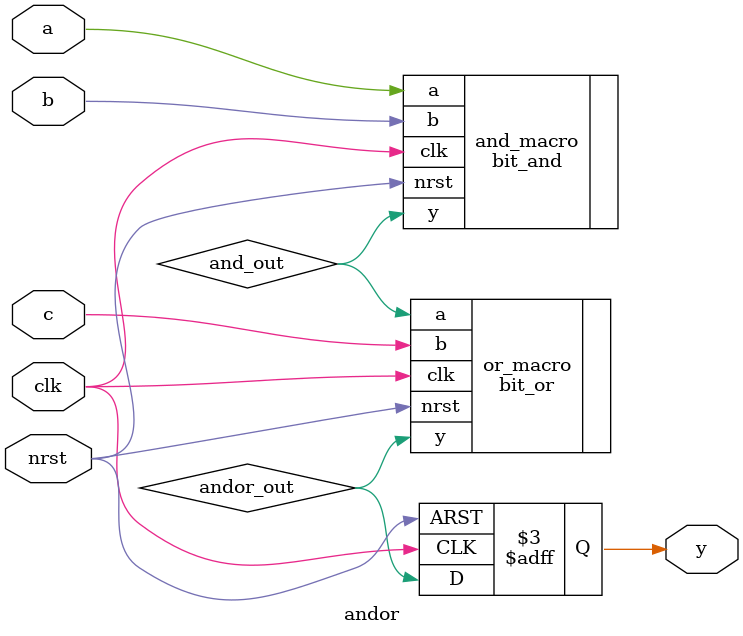
<source format=v>
module andor (
  input clk,
  input nrst,

  input a,
  input b,
  input c,

  output reg y
);

  reg and_out;
  reg andor_out;

  bit_and and_macro (
    .clk(clk),
    .nrst(nrst),
    .a(a),
    .b(b),
    .y(and_out)
  );

  bit_or or_macro (
    .clk(clk),
    .nrst(nrst),
    .a(and_out),
    .b(c),
    .y(andor_out)
  );

  always @ (posedge clk or negedge nrst)
    if (!nrst)
      y <= 'b0;
    else
      y <= andor_out;

endmodule

</source>
